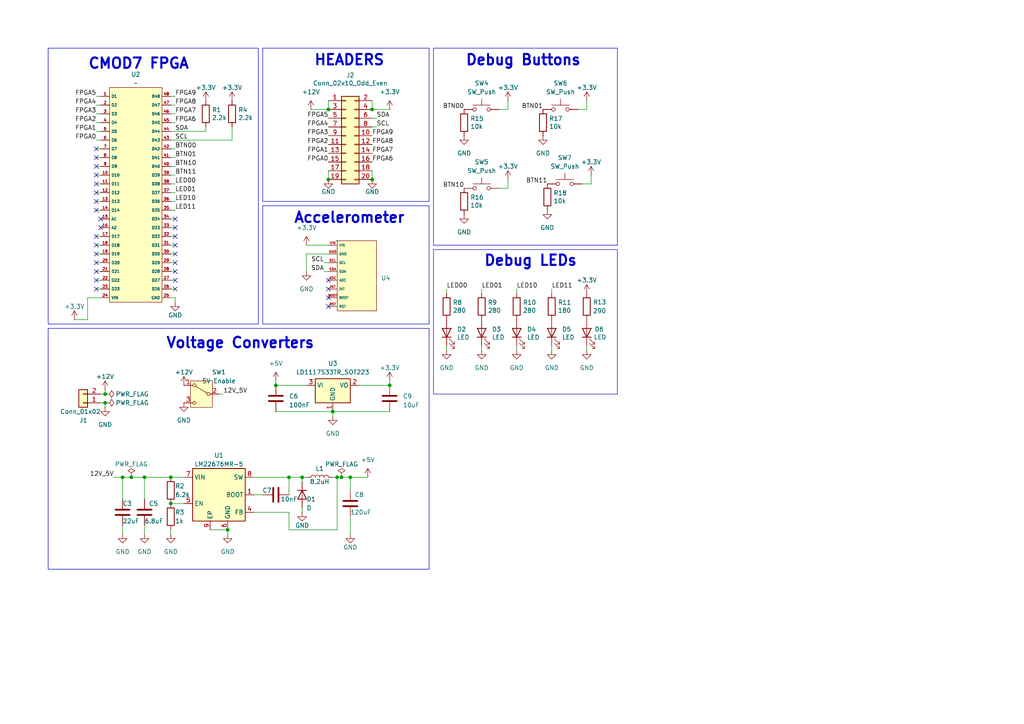
<source format=kicad_sch>
(kicad_sch (version 20231120) (generator "eeschema") (generator_version "8.0")
  (paper "A4")
  (lib_symbols
    (symbol "Adafruit_Files:BNO055"
      (property "Reference" "U" (at 0 2.54 0))
      (symbol "BNO055_0_1"
        (rectangle (start 0 0) (end 11.43 -20.32) (fill (type background)))
      )
      (symbol "BNO055_1_1"
        (pin bidirectional line (at -2.54 -11.43 0) (length 2.54) (name "ADC") (number "ADC"))
        (pin bidirectional line (at -2.54 -16.51 0) (length 2.54) (name "BOOT") (number "BOOT"))
        (pin bidirectional line (at -2.54 -3.81 0) (length 2.54) (name "GND") (number "GND"))
        (pin bidirectional line (at -2.54 -13.97 0) (length 2.54) (name "INT") (number "INT"))
        (pin bidirectional line (at -2.54 -19.05 0) (length 2.54) (name "RST") (number "RST"))
        (pin bidirectional line (at -2.54 -6.35 0) (length 2.54) (name "SCL") (number "SCL"))
        (pin bidirectional line (at -2.54 -8.89 0) (length 2.54) (name "SDA") (number "SDA"))
        (pin bidirectional line (at -2.54 -1.27 0) (length 2.54) (name "VIN") (number "VIN"))
      )
    )
    (symbol "CMOD_FPGA:CMOD_A7"
      (property "Reference" "U" (at 7.62 1.27 0))
      (symbol "CMOD_A7_0_1"
        (rectangle (start 0 0) (end 15.24 -62.23) (fill (type background)))
      )
      (symbol "CMOD_A7_1_1"
        (pin bidirectional line (at -2.54 -2.54 0) (length 2.54) (name "D1") (number "1"))
        (pin bidirectional line (at -2.54 -25.4 0) (length 2.54) (name "D10") (number "10"))
        (pin bidirectional line (at -2.54 -27.94 0) (length 2.54) (name "D11") (number "11"))
        (pin bidirectional line (at -2.54 -30.48 0) (length 2.54) (name "D12") (number "12"))
        (pin bidirectional line (at -2.54 -33.02 0) (length 2.54) (name "D13") (number "13"))
        (pin bidirectional line (at -2.54 -35.56 0) (length 2.54) (name "D14") (number "14"))
        (pin bidirectional line (at -2.54 -38.1 0) (length 2.54) (name "A1") (number "15"))
        (pin bidirectional line (at -2.54 -40.64 0) (length 2.54) (name "A2") (number "16"))
        (pin bidirectional line (at -2.54 -43.18 0) (length 2.54) (name "D17") (number "17"))
        (pin bidirectional line (at -2.54 -45.72 0) (length 2.54) (name "D18") (number "18"))
        (pin bidirectional line (at -2.54 -48.26 0) (length 2.54) (name "D19") (number "19"))
        (pin bidirectional line (at -2.54 -5.08 0) (length 2.54) (name "D2") (number "2"))
        (pin bidirectional line (at -2.54 -50.8 0) (length 2.54) (name "D20") (number "20"))
        (pin bidirectional line (at -2.54 -53.34 0) (length 2.54) (name "D21") (number "21"))
        (pin bidirectional line (at -2.54 -55.88 0) (length 2.54) (name "D22") (number "22"))
        (pin bidirectional line (at -2.54 -58.42 0) (length 2.54) (name "D23") (number "23"))
        (pin input line (at -2.54 -60.96 0) (length 2.54) (name "VIN") (number "24"))
        (pin input line (at 17.78 -60.96 180) (length 2.54) (name "GND") (number "25"))
        (pin bidirectional line (at 17.78 -58.42 180) (length 2.54) (name "D26") (number "26"))
        (pin bidirectional line (at 17.78 -55.88 180) (length 2.54) (name "D27") (number "27"))
        (pin bidirectional line (at 17.78 -53.34 180) (length 2.54) (name "D28") (number "28"))
        (pin bidirectional line (at 17.78 -50.8 180) (length 2.54) (name "D29") (number "29"))
        (pin bidirectional line (at -2.54 -7.62 0) (length 2.54) (name "D3") (number "3"))
        (pin bidirectional line (at 17.78 -48.26 180) (length 2.54) (name "D30") (number "30"))
        (pin bidirectional line (at 17.78 -45.72 180) (length 2.54) (name "D31") (number "31"))
        (pin bidirectional line (at 17.78 -43.18 180) (length 2.54) (name "D32") (number "32"))
        (pin bidirectional line (at 17.78 -40.64 180) (length 2.54) (name "D33") (number "33"))
        (pin bidirectional line (at 17.78 -38.1 180) (length 2.54) (name "D34") (number "34"))
        (pin bidirectional line (at 17.78 -35.56 180) (length 2.54) (name "D35") (number "35"))
        (pin bidirectional line (at 17.78 -33.02 180) (length 2.54) (name "D36") (number "36"))
        (pin bidirectional line (at 17.78 -30.48 180) (length 2.54) (name "D37") (number "37"))
        (pin bidirectional line (at 17.78 -27.94 180) (length 2.54) (name "D38") (number "38"))
        (pin bidirectional line (at 17.78 -25.4 180) (length 2.54) (name "D39") (number "39"))
        (pin bidirectional line (at -2.54 -10.16 0) (length 2.54) (name "D4") (number "4"))
        (pin bidirectional line (at 17.78 -22.86 180) (length 2.54) (name "D40") (number "40"))
        (pin bidirectional line (at 17.78 -20.32 180) (length 2.54) (name "D41") (number "41"))
        (pin bidirectional line (at 17.78 -17.78 180) (length 2.54) (name "D42") (number "42"))
        (pin bidirectional line (at 17.78 -15.24 180) (length 2.54) (name "D43") (number "43"))
        (pin bidirectional line (at 17.78 -12.7 180) (length 2.54) (name "D44") (number "44"))
        (pin bidirectional line (at 17.78 -10.16 180) (length 2.54) (name "D45") (number "45"))
        (pin bidirectional line (at 17.78 -7.62 180) (length 2.54) (name "D46") (number "46"))
        (pin bidirectional line (at 17.78 -5.08 180) (length 2.54) (name "D47") (number "47"))
        (pin bidirectional line (at 17.78 -2.54 180) (length 2.54) (name "D48") (number "48"))
        (pin bidirectional line (at -2.54 -12.7 0) (length 2.54) (name "D5") (number "5"))
        (pin bidirectional line (at -2.54 -15.24 0) (length 2.54) (name "D6") (number "6"))
        (pin bidirectional line (at -2.54 -17.78 0) (length 2.54) (name "D7") (number "7"))
        (pin bidirectional line (at -2.54 -20.32 0) (length 2.54) (name "D8") (number "8"))
        (pin bidirectional line (at -2.54 -22.86 0) (length 2.54) (name "D9") (number "9"))
      )
    )
    (symbol "Connector_Generic:Conn_01x02" (pin_names (offset 1.016) hide)
      (property "Reference" "J" (at 0 2.54 0))
      (property "Value" "Conn_01x02" (at 0 -5.08 0))
      (symbol "Conn_01x02_1_1"
        (rectangle (start -1.27 -2.413) (end 0 -2.667) (stroke (width 0.1524)))
        (rectangle (start -1.27 0.127) (end 0 -0.127) (stroke (width 0.1524)))
        (rectangle (start -1.27 1.27) (end 1.27 -3.81) (stroke (width 0.254)) (fill (type background)))
        (pin passive line (at -5.08 0 0) (length 3.81) (name "Pin_1") (number "1"))
        (pin passive line (at -5.08 -2.54 0) (length 3.81) (name "Pin_2") (number "2"))
      )
    )
    (symbol "Connector_Generic:Conn_02x10_Odd_Even" (pin_names (offset 1.016) hide)
      (property "Reference" "J" (at 1.27 12.7 0))
      (property "Value" "Conn_02x10_Odd_Even" (at 1.27 -15.24 0))
      (symbol "Conn_02x10_Odd_Even_1_1"
        (rectangle (start -1.27 -12.573) (end 0 -12.827) (stroke (width 0.1524)))
        (rectangle (start -1.27 -10.033) (end 0 -10.287) (stroke (width 0.1524)))
        (rectangle (start -1.27 -7.493) (end 0 -7.747) (stroke (width 0.1524)))
        (rectangle (start -1.27 -4.953) (end 0 -5.207) (stroke (width 0.1524)))
        (rectangle (start -1.27 -2.413) (end 0 -2.667) (stroke (width 0.1524)))
        (rectangle (start -1.27 0.127) (end 0 -0.127) (stroke (width 0.1524)))
        (rectangle (start -1.27 2.667) (end 0 2.413) (stroke (width 0.1524)))
        (rectangle (start -1.27 5.207) (end 0 4.953) (stroke (width 0.1524)))
        (rectangle (start -1.27 7.747) (end 0 7.493) (stroke (width 0.1524)))
        (rectangle (start -1.27 10.287) (end 0 10.033) (stroke (width 0.1524)))
        (rectangle (start -1.27 11.43) (end 3.81 -13.97) (stroke (width 0.254)) (fill (type background)))
        (rectangle (start 3.81 -12.573) (end 2.54 -12.827) (stroke (width 0.1524)))
        (rectangle (start 3.81 -10.033) (end 2.54 -10.287) (stroke (width 0.1524)))
        (rectangle (start 3.81 -7.493) (end 2.54 -7.747) (stroke (width 0.1524)))
        (rectangle (start 3.81 -4.953) (end 2.54 -5.207) (stroke (width 0.1524)))
        (rectangle (start 3.81 -2.413) (end 2.54 -2.667) (stroke (width 0.1524)))
        (rectangle (start 3.81 0.127) (end 2.54 -0.127) (stroke (width 0.1524)))
        (rectangle (start 3.81 2.667) (end 2.54 2.413) (stroke (width 0.1524)))
        (rectangle (start 3.81 5.207) (end 2.54 4.953) (stroke (width 0.1524)))
        (rectangle (start 3.81 7.747) (end 2.54 7.493) (stroke (width 0.1524)))
        (rectangle (start 3.81 10.287) (end 2.54 10.033) (stroke (width 0.1524)))
        (pin passive line (at -5.08 10.16 0) (length 3.81) (name "Pin_1") (number "1"))
        (pin passive line (at 7.62 0 180) (length 3.81) (name "Pin_10") (number "10"))
        (pin passive line (at -5.08 -2.54 0) (length 3.81) (name "Pin_11") (number "11"))
        (pin passive line (at 7.62 -2.54 180) (length 3.81) (name "Pin_12") (number "12"))
        (pin passive line (at -5.08 -5.08 0) (length 3.81) (name "Pin_13") (number "13"))
        (pin passive line (at 7.62 -5.08 180) (length 3.81) (name "Pin_14") (number "14"))
        (pin passive line (at -5.08 -7.62 0) (length 3.81) (name "Pin_15") (number "15"))
        (pin passive line (at 7.62 -7.62 180) (length 3.81) (name "Pin_16") (number "16"))
        (pin passive line (at -5.08 -10.16 0) (length 3.81) (name "Pin_17") (number "17"))
        (pin passive line (at 7.62 -10.16 180) (length 3.81) (name "Pin_18") (number "18"))
        (pin passive line (at -5.08 -12.7 0) (length 3.81) (name "Pin_19") (number "19"))
        (pin passive line (at 7.62 10.16 180) (length 3.81) (name "Pin_2") (number "2"))
        (pin passive line (at 7.62 -12.7 180) (length 3.81) (name "Pin_20") (number "20"))
        (pin passive line (at -5.08 7.62 0) (length 3.81) (name "Pin_3") (number "3"))
        (pin passive line (at 7.62 7.62 180) (length 3.81) (name "Pin_4") (number "4"))
        (pin passive line (at -5.08 5.08 0) (length 3.81) (name "Pin_5") (number "5"))
        (pin passive line (at 7.62 5.08 180) (length 3.81) (name "Pin_6") (number "6"))
        (pin passive line (at -5.08 2.54 0) (length 3.81) (name "Pin_7") (number "7"))
        (pin passive line (at 7.62 2.54 180) (length 3.81) (name "Pin_8") (number "8"))
        (pin passive line (at -5.08 0 0) (length 3.81) (name "Pin_9") (number "9"))
      )
    )
    (symbol "Device:C" (pin_numbers hide) (pin_names (offset 0.254))
      (property "Reference" "C" (at 0.635 2.54 0))
      (property "Value" "C" (at 0.635 -2.54 0))
      (symbol "C_0_1"
        (polyline (pts (xy -2.032 -0.762) (xy 2.032 -0.762)) (stroke (width 0.508)))
        (polyline (pts (xy -2.032 0.762) (xy 2.032 0.762)) (stroke (width 0.508)))
      )
      (symbol "C_1_1"
        (pin passive line (at 0 3.81 270) (length 2.794) (name "~") (number "1"))
        (pin passive line (at 0 -3.81 90) (length 2.794) (name "~") (number "2"))
      )
    )
    (symbol "Device:D" (pin_numbers hide) (pin_names (offset 1.016) hide)
      (property "Reference" "D" (at 0 2.54 0))
      (property "Value" "D" (at 0 -2.54 0))
      (symbol "D_0_1"
        (polyline (pts (xy -1.27 1.27) (xy -1.27 -1.27)) (stroke (width 0.254)))
        (polyline (pts (xy 1.27 0) (xy -1.27 0)))
        (polyline (pts (xy 1.27 1.27) (xy 1.27 -1.27) (xy -1.27 0) (xy 1.27 1.27)) (stroke (width 0.254)))
      )
      (symbol "D_1_1"
        (pin passive line (at -3.81 0 0) (length 2.54) (name "K") (number "1"))
        (pin passive line (at 3.81 0 180) (length 2.54) (name "A") (number "2"))
      )
    )
    (symbol "Device:L" (pin_numbers hide) (pin_names (offset 1.016) hide)
      (property "Reference" "L" (at -1.27 0 90))
      (property "Value" "L" (at 1.905 0 90))
      (symbol "L_0_1"
        (arc (start 0 -2.54) (mid 0.6323 -1.905) (end 0 -1.27))
        (arc (start 0 -1.27) (mid 0.6323 -0.635) (end 0 0))
        (arc (start 0 0) (mid 0.6323 0.635) (end 0 1.27))
        (arc (start 0 1.27) (mid 0.6323 1.905) (end 0 2.54))
      )
      (symbol "L_1_1"
        (pin passive line (at 0 3.81 270) (length 1.27) (name "1") (number "1"))
        (pin passive line (at 0 -3.81 90) (length 1.27) (name "2") (number "2"))
      )
    )
    (symbol "Device:LED" (pin_numbers hide) (pin_names (offset 1.016) hide)
      (property "Reference" "D" (at 0 2.54 0))
      (property "Value" "LED" (at 0 -2.54 0))
      (symbol "LED_0_1"
        (polyline (pts (xy -1.27 -1.27) (xy -1.27 1.27)) (stroke (width 0.254)))
        (polyline (pts (xy -1.27 0) (xy 1.27 0)))
        (polyline (pts (xy 1.27 -1.27) (xy 1.27 1.27) (xy -1.27 0) (xy 1.27 -1.27)) (stroke (width 0.254)))
        (polyline (pts (xy -3.048 -0.762) (xy -4.572 -2.286) (xy -3.81 -2.286) (xy -4.572 -2.286) (xy -4.572 -1.524)))
        (polyline (pts (xy -1.778 -0.762) (xy -3.302 -2.286) (xy -2.54 -2.286) (xy -3.302 -2.286) (xy -3.302 -1.524)))
      )
      (symbol "LED_1_1"
        (pin passive line (at -3.81 0 0) (length 2.54) (name "K") (number "1"))
        (pin passive line (at 3.81 0 180) (length 2.54) (name "A") (number "2"))
      )
    )
    (symbol "Device:R" (pin_numbers hide) (pin_names (offset 0))
      (property "Reference" "R" (at 2.032 0 90))
      (property "Value" "R" (at 0 0 90))
      (symbol "R_0_1"
        (rectangle (start -1.016 -2.54) (end 1.016 2.54) (stroke (width 0.254)))
      )
      (symbol "R_1_1"
        (pin passive line (at 0 3.81 270) (length 1.27) (name "~") (number "1"))
        (pin passive line (at 0 -3.81 90) (length 1.27) (name "~") (number "2"))
      )
    )
    (symbol "Regulator_Linear:LD1117S33TR_SOT223"
      (property "Reference" "U" (at -3.81 3.175 0))
      (property "Value" "LD1117S33TR_SOT223" (at 0 3.175 0))
      (symbol "LD1117S33TR_SOT223_0_1"
        (rectangle (start -5.08 -5.08) (end 5.08 1.905) (stroke (width 0.254)) (fill (type background)))
      )
      (symbol "LD1117S33TR_SOT223_1_1"
        (pin power_in line (at 0 -7.62 90) (length 2.54) (name "GND") (number "1"))
        (pin power_out line (at 7.62 0 180) (length 2.54) (name "VO") (number "2"))
        (pin power_in line (at -7.62 0 0) (length 2.54) (name "VI") (number "3"))
      )
    )
    (symbol "Regulator_Switching:LM22676MR-5"
      (property "Reference" "U" (at -6.35 8.89 0))
      (property "Value" "LM22676MR-5" (at 5.08 8.89 0))
      (symbol "LM22676MR-5_0_1"
        (rectangle (start -7.62 7.62) (end 7.62 -7.62) (stroke (width 0.254)) (fill (type background)))
      )
      (symbol "LM22676MR-5_1_1"
        (pin input line (at 10.16 0 180) (length 2.54) (name "BOOT") (number "1"))
        (pin no_connect line (at -7.62 2.54 0) (length 2.54) hide (name "NC") (number "2"))
        (pin no_connect line (at -7.62 0 0) (length 2.54) hide (name "NC") (number "3"))
        (pin input line (at 10.16 -5.08 180) (length 2.54) (name "FB") (number "4"))
        (pin input line (at -10.16 -2.54 0) (length 2.54) (name "EN") (number "5"))
        (pin power_in line (at 2.54 -10.16 90) (length 2.54) (name "GND") (number "6"))
        (pin power_in line (at -10.16 5.08 0) (length 2.54) (name "VIN") (number "7"))
        (pin power_out line (at 10.16 5.08 180) (length 2.54) (name "SW") (number "8"))
        (pin power_in line (at -2.54 -10.16 90) (length 2.54) (name "EP") (number "9"))
      )
    )
    (symbol "Switch:SW_Push" (pin_numbers hide) (pin_names (offset 1.016) hide)
      (property "Reference" "SW" (at 1.27 2.54 0))
      (property "Value" "SW_Push" (at 0 -1.524 0))
      (symbol "SW_Push_0_1"
        (circle (center -2.032 0) (radius 0.508))
        (polyline (pts (xy 0 1.27) (xy 0 3.048)))
        (polyline (pts (xy 2.54 1.27) (xy -2.54 1.27)))
        (circle (center 2.032 0) (radius 0.508))
        (pin passive line (at -5.08 0 0) (length 2.54) (name "1") (number "1"))
        (pin passive line (at 5.08 0 180) (length 2.54) (name "2") (number "2"))
      )
    )
    (symbol "Switch:SW_SPDT" (pin_names (offset 0) hide)
      (property "Reference" "SW" (at 0 5.08 0))
      (property "Value" "SW_SPDT" (at 0 -5.08 0))
      (symbol "SW_SPDT_0_1"
        (circle (center -2.032 0) (radius 0.4572))
        (polyline (pts (xy -1.651 0.254) (xy 1.651 2.286)))
        (circle (center 2.032 -2.54) (radius 0.4572))
        (circle (center 2.032 2.54) (radius 0.4572))
      )
      (symbol "SW_SPDT_1_1"
        (rectangle (start -3.175 3.81) (end 3.175 -3.81) (fill (type background)))
        (pin passive line (at 5.08 2.54 180) (length 2.54) (name "A") (number "1"))
        (pin passive line (at -5.08 0 0) (length 2.54) (name "B") (number "2"))
        (pin passive line (at 5.08 -2.54 180) (length 2.54) (name "C") (number "3"))
      )
    )
    (symbol "power:+12V" (power) (pin_numbers hide) (pin_names (offset 0) hide)
      (property "Value" "+12V" (at 0 3.556 0))
      (symbol "+12V_0_1"
        (polyline (pts (xy -0.762 1.27) (xy 0 2.54)))
        (polyline (pts (xy 0 0) (xy 0 2.54)))
        (polyline (pts (xy 0 2.54) (xy 0.762 1.27)))
      )
      (symbol "+12V_1_1"
        (pin power_in line (at 0 0 90) (length 0) (name "~") (number "1"))
      )
    )
    (symbol "power:+3.3V" (power) (pin_numbers hide) (pin_names (offset 0) hide)
      (property "Value" "+3.3V" (at 0 3.556 0))
      (symbol "+3.3V_0_1"
        (polyline (pts (xy -0.762 1.27) (xy 0 2.54)))
        (polyline (pts (xy 0 0) (xy 0 2.54)))
        (polyline (pts (xy 0 2.54) (xy 0.762 1.27)))
      )
      (symbol "+3.3V_1_1"
        (pin power_in line (at 0 0 90) (length 0) (name "~") (number "1"))
      )
    )
    (symbol "power:+5V" (power) (pin_numbers hide) (pin_names (offset 0) hide)
      (property "Value" "+5V" (at 0 3.556 0))
      (symbol "+5V_0_1"
        (polyline (pts (xy -0.762 1.27) (xy 0 2.54)))
        (polyline (pts (xy 0 0) (xy 0 2.54)))
        (polyline (pts (xy 0 2.54) (xy 0.762 1.27)))
      )
      (symbol "+5V_1_1"
        (pin power_in line (at 0 0 90) (length 0) (name "~") (number "1"))
      )
    )
    (symbol "power:GND" (power) (pin_numbers hide) (pin_names (offset 0) hide)
      (property "Value" "GND" (at 0 -3.81 0))
      (symbol "GND_0_1"
        (polyline (pts (xy 0 0) (xy 0 -1.27) (xy 1.27 -1.27) (xy 0 -2.54) (xy -1.27 -1.27) (xy 0 -1.27)))
      )
      (symbol "GND_1_1"
        (pin power_in line (at 0 0 270) (length 0) (name "~") (number "1"))
      )
    )
    (symbol "power:PWR_FLAG" (power) (pin_numbers hide) (pin_names (offset 0) hide)
      (property "Value" "PWR_FLAG" (at 0 3.81 0))
      (symbol "PWR_FLAG_0_0"
        (pin power_out line (at 0 0 90) (length 0) (name "~") (number "1"))
      )
      (symbol "PWR_FLAG_0_1"
        (polyline (pts (xy 0 0) (xy 0 1.27) (xy -1.016 1.905) (xy 0 2.54) (xy 1.016 1.905) (xy 0 1.27)))
      )
    )
  )
  (junction (at 95.25 52.07))
  (junction (at 87.63 138.43))
  (junction (at 41.91 138.43))
  (junction (at 113.03 111.76))
  (junction (at 95.25 31.75))
  (junction (at 66.04 153.67))
  (junction (at 30.48 114.3))
  (junction (at 38.1 138.43))
  (junction (at 99.06 138.43))
  (junction (at 107.95 31.75))
  (junction (at 107.95 52.07))
  (junction (at 101.6 138.43))
  (junction (at 80.01 111.76))
  (junction (at 49.53 146.05))
  (junction (at 97.79 138.43))
  (junction (at 96.52 119.38))
  (junction (at 30.48 116.84))
  (junction (at 35.56 138.43))
  (junction (at 49.53 138.43))
  (junction (at 83.82 138.43))
  (no_connect (at 50.8 68.58))
  (no_connect (at 29.21 66.04))
  (no_connect (at 95.25 86.36))
  (no_connect (at 50.8 71.12))
  (no_connect (at 27.94 58.42))
  (no_connect (at 50.8 81.28))
  (no_connect (at 27.94 53.34))
  (no_connect (at 95.25 81.28))
  (no_connect (at 95.25 83.82))
  (no_connect (at 50.8 76.2))
  (no_connect (at 50.8 66.04))
  (no_connect (at 27.94 45.72))
  (no_connect (at 27.94 73.66))
  (no_connect (at 27.94 43.18))
  (no_connect (at 27.94 60.96))
  (no_connect (at 29.21 63.5))
  (no_connect (at 27.94 81.28))
  (no_connect (at 50.8 83.82))
  (no_connect (at 27.94 55.88))
  (no_connect (at 27.94 48.26))
  (no_connect (at 27.94 68.58))
  (no_connect (at 50.8 73.66))
  (no_connect (at 27.94 78.74))
  (no_connect (at 27.94 71.12))
  (no_connect (at 95.25 88.9))
  (no_connect (at 27.94 83.82))
  (no_connect (at 50.8 78.74))
  (no_connect (at 50.8 63.5))
  (no_connect (at 27.94 50.8))
  (no_connect (at 27.94 76.2))
  (wire (pts (xy 49.53 138.43) (xy 53.34 138.43)))
  (wire (pts (xy 30.48 114.3) (xy 30.48 113.03)))
  (wire (pts (xy 49.53 27.94) (xy 50.8 27.94)))
  (wire (pts (xy 50.8 53.34) (xy 49.53 53.34)))
  (wire (pts (xy 96.52 138.43) (xy 97.79 138.43)))
  (wire (pts (xy 50.8 73.66) (xy 49.53 73.66)))
  (wire (pts (xy 129.54 100.33) (xy 129.54 101.6)))
  (wire (pts (xy 107.95 29.21) (xy 107.95 31.75)))
  (wire (pts (xy 101.6 138.43) (xy 101.6 142.24)))
  (wire (pts (xy 170.18 100.33) (xy 170.18 101.6)))
  (wire (pts (xy 109.22 36.83) (xy 107.95 36.83)))
  (wire (pts (xy 101.6 138.43) (xy 106.68 138.43)))
  (wire (pts (xy 27.94 38.1) (xy 29.21 38.1)))
  (wire (pts (xy 171.45 53.34) (xy 171.45 50.8)))
  (wire (pts (xy 95.25 49.53) (xy 95.25 52.07)))
  (wire (pts (xy 50.8 86.36) (xy 50.8 87.63)))
  (wire (pts (xy 27.94 30.48) (xy 29.21 30.48)))
  (wire (pts (xy 27.94 50.8) (xy 29.21 50.8)))
  (wire (pts (xy 129.54 85.09) (xy 129.54 83.82)))
  (wire (pts (xy 83.82 153.67) (xy 97.79 153.67)))
  (wire (pts (xy 50.8 81.28) (xy 49.53 81.28)))
  (wire (pts (xy 50.8 78.74) (xy 49.53 78.74)))
  (wire (pts (xy 80.01 111.76) (xy 88.9 111.76)))
  (wire (pts (xy 107.95 49.53) (xy 107.95 52.07)))
  (wire (pts (xy 59.69 38.1) (xy 59.69 36.83)))
  (wire (pts (xy 27.94 45.72) (xy 29.21 45.72)))
  (wire (pts (xy 87.63 139.7) (xy 87.63 138.43)))
  (wire (pts (xy 73.66 148.59) (xy 83.82 148.59)))
  (wire (pts (xy 50.8 50.8) (xy 49.53 50.8)))
  (wire (pts (xy 27.94 60.96) (xy 29.21 60.96)))
  (wire (pts (xy 67.31 40.64) (xy 67.31 36.83)))
  (wire (pts (xy 109.22 34.29) (xy 107.95 34.29)))
  (wire (pts (xy 149.86 85.09) (xy 149.86 83.82)))
  (wire (pts (xy 93.98 78.74) (xy 95.25 78.74)))
  (wire (pts (xy 168.91 53.34) (xy 171.45 53.34)))
  (wire (pts (xy 27.94 81.28) (xy 29.21 81.28)))
  (wire (pts (xy 149.86 100.33) (xy 149.86 101.6)))
  (wire (pts (xy 27.94 27.94) (xy 29.21 27.94)))
  (wire (pts (xy 29.21 114.3) (xy 30.48 114.3)))
  (wire (pts (xy 27.94 78.74) (xy 29.21 78.74)))
  (wire (pts (xy 66.04 154.94) (xy 66.04 153.67)))
  (wire (pts (xy 27.94 76.2) (xy 29.21 76.2)))
  (wire (pts (xy 50.8 60.96) (xy 49.53 60.96)))
  (wire (pts (xy 80.01 119.38) (xy 96.52 119.38)))
  (wire (pts (xy 80.01 110.49) (xy 80.01 111.76)))
  (wire (pts (xy 27.94 83.82) (xy 29.21 83.82)))
  (wire (pts (xy 170.18 31.75) (xy 170.18 29.21)))
  (wire (pts (xy 29.21 116.84) (xy 30.48 116.84)))
  (wire (pts (xy 83.82 138.43) (xy 73.66 138.43)))
  (wire (pts (xy 97.79 138.43) (xy 99.06 138.43)))
  (wire (pts (xy 35.56 152.4) (xy 35.56 154.94)))
  (wire (pts (xy 107.95 31.75) (xy 113.03 31.75)))
  (wire (pts (xy 50.8 76.2) (xy 49.53 76.2)))
  (wire (pts (xy 144.78 31.75) (xy 147.32 31.75)))
  (wire (pts (xy 35.56 138.43) (xy 35.56 144.78)))
  (wire (pts (xy 101.6 154.94) (xy 101.6 149.86)))
  (wire (pts (xy 95.25 29.21) (xy 95.25 31.75)))
  (wire (pts (xy 93.98 76.2) (xy 95.25 76.2)))
  (wire (pts (xy 50.8 71.12) (xy 49.53 71.12)))
  (wire (pts (xy 41.91 138.43) (xy 41.91 144.78)))
  (wire (pts (xy 167.64 31.75) (xy 170.18 31.75)))
  (wire (pts (xy 49.53 154.94) (xy 49.53 153.67)))
  (wire (pts (xy 50.8 35.56) (xy 49.53 35.56)))
  (wire (pts (xy 88.9 73.66) (xy 88.9 78.74)))
  (wire (pts (xy 38.1 138.43) (xy 35.56 138.43)))
  (wire (pts (xy 27.94 53.34) (xy 29.21 53.34)))
  (wire (pts (xy 41.91 152.4) (xy 41.91 154.94)))
  (wire (pts (xy 95.25 71.12) (xy 88.9 71.12)))
  (wire (pts (xy 27.94 43.18) (xy 29.21 43.18)))
  (wire (pts (xy 27.94 73.66) (xy 29.21 73.66)))
  (wire (pts (xy 160.02 100.33) (xy 160.02 101.6)))
  (wire (pts (xy 87.63 148.59) (xy 87.63 147.32)))
  (wire (pts (xy 139.7 100.33) (xy 139.7 101.6)))
  (wire (pts (xy 49.53 86.36) (xy 50.8 86.36)))
  (wire (pts (xy 95.25 73.66) (xy 88.9 73.66)))
  (wire (pts (xy 50.8 83.82) (xy 49.53 83.82)))
  (wire (pts (xy 83.82 138.43) (xy 83.82 143.51)))
  (wire (pts (xy 160.02 85.09) (xy 160.02 83.82)))
  (wire (pts (xy 25.4 92.71) (xy 21.59 92.71)))
  (wire (pts (xy 25.4 92.71) (xy 25.4 86.36)))
  (wire (pts (xy 96.52 119.38) (xy 113.03 119.38)))
  (wire (pts (xy 104.14 111.76) (xy 113.03 111.76)))
  (wire (pts (xy 30.48 116.84) (xy 30.48 118.11)))
  (wire (pts (xy 41.91 138.43) (xy 49.53 138.43)))
  (wire (pts (xy 49.53 40.64) (xy 67.31 40.64)))
  (wire (pts (xy 73.66 143.51) (xy 76.2 143.51)))
  (wire (pts (xy 83.82 153.67) (xy 83.82 148.59)))
  (wire (pts (xy 97.79 138.43) (xy 97.79 153.67)))
  (wire (pts (xy 49.53 33.02) (xy 50.8 33.02)))
  (wire (pts (xy 144.78 54.61) (xy 147.32 54.61)))
  (wire (pts (xy 27.94 33.02) (xy 29.21 33.02)))
  (wire (pts (xy 49.53 45.72) (xy 50.8 45.72)))
  (wire (pts (xy 49.53 48.26) (xy 50.8 48.26)))
  (wire (pts (xy 35.56 138.43) (xy 33.02 138.43)))
  (wire (pts (xy 60.96 153.67) (xy 66.04 153.67)))
  (wire (pts (xy 96.52 119.38) (xy 96.52 120.65)))
  (wire (pts (xy 113.03 110.49) (xy 113.03 111.76)))
  (wire (pts (xy 50.8 63.5) (xy 49.53 63.5)))
  (wire (pts (xy 25.4 86.36) (xy 29.21 86.36)))
  (wire (pts (xy 27.94 40.64) (xy 29.21 40.64)))
  (wire (pts (xy 41.91 138.43) (xy 38.1 138.43)))
  (wire (pts (xy 50.8 68.58) (xy 49.53 68.58)))
  (wire (pts (xy 50.8 66.04) (xy 49.53 66.04)))
  (wire (pts (xy 27.94 48.26) (xy 29.21 48.26)))
  (wire (pts (xy 50.8 55.88) (xy 49.53 55.88)))
  (wire (pts (xy 147.32 31.75) (xy 147.32 29.21)))
  (wire (pts (xy 147.32 54.61) (xy 147.32 52.07)))
  (wire (pts (xy 27.94 68.58) (xy 29.21 68.58)))
  (wire (pts (xy 27.94 55.88) (xy 29.21 55.88)))
  (wire (pts (xy 27.94 35.56) (xy 29.21 35.56)))
  (wire (pts (xy 49.53 43.18) (xy 50.8 43.18)))
  (wire (pts (xy 27.94 71.12) (xy 29.21 71.12)))
  (wire (pts (xy 83.82 138.43) (xy 87.63 138.43)))
  (wire (pts (xy 87.63 138.43) (xy 88.9 138.43)))
  (wire (pts (xy 64.77 114.3) (xy 63.5 114.3)))
  (wire (pts (xy 49.53 146.05) (xy 53.34 146.05)))
  (wire (pts (xy 49.53 38.1) (xy 59.69 38.1)))
  (wire (pts (xy 139.7 85.09) (xy 139.7 83.82)))
  (wire (pts (xy 49.53 30.48) (xy 50.8 30.48)))
  (wire (pts (xy 99.06 138.43) (xy 101.6 138.43)))
  (wire (pts (xy 50.8 58.42) (xy 49.53 58.42)))
  (wire (pts (xy 27.94 58.42) (xy 29.21 58.42)))
  (wire (pts (xy 90.17 31.75) (xy 95.25 31.75)))
  (rectangle (start 76.2 13.97) (end 124.46 58.42))
  (rectangle (start 125.73 72.39) (end 179.07 114.3))
  (rectangle (start 13.97 13.97) (end 74.93 93.98))
  (rectangle (start 13.97 95.25) (end 124.46 165.1))
  (rectangle (start 125.73 13.97) (end 179.07 71.12))
  (rectangle (start 76.2 59.69) (end 124.46 93.98))
  (text "Accelerometer\n" (at 85.09 65.024 0) (effects (font (size 3 3) (thickness 0.6) (bold yes)) (justify left bottom)))
  (text "CMOD7 FPGA" (at 25.4 20.32 0) (effects (font (size 3 3) (thickness 0.6) (bold yes)) (justify left bottom)))
  (text "Voltage Converters" (at 48.006 101.346 0) (effects (font (size 3 3) (thickness 0.6) (bold yes)) (justify left bottom)))
  (text "Debug Buttons" (at 134.874 19.304 0) (effects (font (size 3 3) (thickness 0.6) (bold yes)) (justify left bottom)))
  (text "HEADERS\n" (at 90.932 19.304 0) (effects (font (size 3 3) (thickness 0.6) (bold yes)) (justify left bottom)))
  (text "Debug LEDs" (at 140.208 77.47 0) (effects (font (size 3 3) (thickness 0.6) (bold yes)) (justify left bottom)))
  (label "FPGA1" (at 27.94 38.1 180))
  (label "SDA" (at 50.8 38.1 0))
  (label "SCL" (at 50.8 40.64 0))
  (label "FPGA3" (at 27.94 33.02 180))
  (label "BTN00" (at 134.62 31.75 180))
  (label "BTN01" (at 157.48 31.75 180))
  (label "FPGA4" (at 27.94 30.48 180))
  (label "FPGA2" (at 95.25 41.91 180))
  (label "LED00" (at 50.8 53.34 0))
  (label "FPGA8" (at 50.8 30.48 0))
  (label "LED10" (at 50.8 58.42 0))
  (label "FPGA8" (at 107.95 41.91 0))
  (label "FPGA0" (at 27.94 40.64 180))
  (label "SCL" (at 93.98 76.2 180))
  (label "FPGA6" (at 50.8 35.56 0))
  (label "LED11" (at 160.02 83.82 0))
  (label "LED01" (at 139.7 83.82 0))
  (label "SCL" (at 109.22 36.83 0))
  (label "BTN10" (at 50.8 48.26 0))
  (label "12V_5V" (at 33.02 138.43 180))
  (label "FPGA7" (at 50.8 33.02 0))
  (label "BTN00" (at 50.8 43.18 0))
  (label "12V_5V" (at 64.77 114.3 0))
  (label "LED01" (at 50.8 55.88 0))
  (label "BTN10" (at 134.62 54.61 180))
  (label "SDA" (at 93.98 78.74 180))
  (label "FPGA1" (at 95.25 44.45 180))
  (label "FPGA7" (at 107.95 44.45 0))
  (label "LED00" (at 129.54 83.82 0))
  (label "FPGA4" (at 95.25 36.83 180))
  (label "FPGA9" (at 50.8 27.94 0))
  (label "FPGA5" (at 95.25 34.29 180))
  (label "FPGA0" (at 95.25 46.99 180))
  (label "FPGA3" (at 95.25 39.37 180))
  (label "BTN11" (at 158.75 53.34 180))
  (label "LED10" (at 149.86 83.82 0))
  (label "FPGA9" (at 107.95 39.37 0))
  (label "FPGA6" (at 107.95 46.99 0))
  (label "FPGA5" (at 27.94 27.94 180))
  (label "LED11" (at 50.8 60.96 0))
  (label "BTN01" (at 50.8 45.72 0))
  (label "FPGA2" (at 27.94 35.56 180))
  (label "SDA" (at 109.22 34.29 0))
  (label "BTN11" (at 50.8 50.8 0))
  (symbol (lib_id "power:GND") (at 66.04 154.94 0) (mirror y) (unit 1)
    (property "Reference" "#PWR08" (effects (hide yes)))
    (property "Value" "GND" (at 66.04 160.02 0))
    (property "Description" "Power symbol creates a global label with name \"GND\" , ground" (effects (hide yes)))
  )
  (symbol (lib_id "power:+3.3V") (at 170.18 29.21 0) (unit 1)
    (property "Reference" "#PWR043" (effects (hide yes)))
    (property "Value" "+3.3V" (at 170.18 25.4 0))
    (property "Description" "Power symbol creates a global label with name \"+3.3V\"" (effects (hide yes)))
  )
  (symbol (lib_id "Switch:SW_SPDT") (at 58.42 114.3 0) (mirror y) (unit 1)
    (property "Reference" "SW1" (at 63.5 107.95 0))
    (property "Value" "5V Enable" (at 63.5 110.49 0))
    (property "Footprint" "Button_Switch_THT:SW_Slide-03_Wuerth-WS-SLTV_10x2.5x6.4_P2.54mm" (effects (hide yes)))
    (property "Description" "Switch, single pole double throw" (effects (hide yes)))
  )
  (symbol (lib_id "Device:L") (at 92.71 138.43 90) (unit 1)
    (property "Reference" "L1" (at 92.71 135.89 90))
    (property "Value" "8.2uH" (at 92.71 139.7 90))
    (property "Footprint" "Inductor_SMD:L_7.3x7.3_H3.5" (effects (hide yes)))
    (property "Description" "Inductor" (effects (hide yes)))
  )
  (symbol (lib_id "power:+3.3V") (at 113.03 31.75 0) (unit 1)
    (property "Reference" "#PWR026" (effects (hide yes)))
    (property "Value" "+3.3V" (at 113.03 26.67 0))
    (property "Description" "Power symbol creates a global label with name \"+3.3V\"" (effects (hide yes)))
  )
  (symbol (lib_id "Device:C") (at 113.03 115.57 0) (unit 1)
    (property "Reference" "C9" (at 116.84 114.935 0) (effects (justify left)))
    (property "Value" "10uF" (at 116.84 117.475 0) (effects (justify left)))
    (property "Footprint" "Capacitor_SMD:C_0805_2012Metric" (effects (hide yes)))
    (property "Description" "Unpolarized capacitor" (effects (hide yes)))
  )
  (symbol (lib_id "power:GND") (at 107.95 52.07 0) (unit 1)
    (property "Reference" "#PWR023" (effects (hide yes)))
    (property "Value" "GND" (at 107.95 55.626 0))
    (property "Description" "Power symbol creates a global label with name \"GND\" , ground" (effects (hide yes)))
  )
  (symbol (lib_id "Device:R") (at 49.53 142.24 0) (unit 1)
    (property "Reference" "R2" (at 50.8 140.97 0) (effects (justify left)))
    (property "Value" "6.2k" (at 50.8 143.51 0) (effects (justify left)))
    (property "Footprint" "Resistor_SMD:R_0805_2012Metric" (effects (hide yes)))
    (property "Description" "Resistor" (effects (hide yes)))
  )
  (symbol (lib_id "power:PWR_FLAG") (at 99.06 138.43 0) (unit 1)
    (property "Reference" "#FLG04" (effects (hide yes)))
    (property "Value" "PWR_FLAG" (at 99.06 134.62 0))
    (property "Description" "Special symbol for telling ERC where power comes from" (effects (hide yes)))
  )
  (symbol (lib_id "Device:R") (at 157.48 35.56 0) (unit 1)
    (property "Reference" "R17" (at 159.258 34.3916 0) (effects (justify left)))
    (property "Value" "10k" (at 159.258 36.703 0) (effects (justify left)))
    (property "Footprint" "Resistor_SMD:R_0603_1608Metric_Pad0.98x0.95mm_HandSolder" (effects (hide yes)))
    (property "Description" "Resistor" (effects (hide yes)))
  )
  (symbol (lib_id "Device:D") (at 87.63 143.51 270) (unit 1)
    (property "Reference" "D1" (at 88.9 144.78 90) (effects (justify left)))
    (property "Value" "D" (at 88.9 147.32 90) (effects (justify left)))
    (property "Footprint" "Diode_SMD:D_SMA_Handsoldering" (effects (hide yes)))
    (property "Description" "Diode" (effects (hide yes)))
    (property "Sim.Device" "D" (effects (hide yes)))
    (property "Sim.Pins" "1=K 2=A" (effects (hide yes)))
  )
  (symbol (lib_id "power:GND") (at 53.34 116.84 0) (mirror y) (unit 1)
    (property "Reference" "#PWR07" (effects (hide yes)))
    (property "Value" "GND" (at 53.34 121.92 0))
    (property "Description" "Power symbol creates a global label with name \"GND\" , ground" (effects (hide yes)))
  )
  (symbol (lib_id "Device:R") (at 49.53 149.86 0) (unit 1)
    (property "Reference" "R3" (at 50.8 148.59 0) (effects (justify left)))
    (property "Value" "1k" (at 50.8 151.13 0) (effects (justify left)))
    (property "Footprint" "Resistor_SMD:R_0805_2012Metric" (effects (hide yes)))
    (property "Description" "Resistor" (effects (hide yes)))
  )
  (symbol (lib_id "power:+3.3V") (at 59.69 29.21 0) (unit 1)
    (property "Reference" "#PWR019" (effects (hide yes)))
    (property "Value" "+3.3V" (at 59.69 25.4 0))
    (property "Description" "Power symbol creates a global label with name \"+3.3V\"" (effects (hide yes)))
  )
  (symbol (lib_id "Device:R") (at 134.62 35.56 0) (unit 1)
    (property "Reference" "R15" (at 136.398 34.3916 0) (effects (justify left)))
    (property "Value" "10k" (at 136.398 36.703 0) (effects (justify left)))
    (property "Footprint" "Resistor_SMD:R_0603_1608Metric_Pad0.98x0.95mm_HandSolder" (effects (hide yes)))
    (property "Description" "Resistor" (effects (hide yes)))
  )
  (symbol (lib_id "Device:R") (at 158.75 57.15 0) (unit 1)
    (property "Reference" "R18" (at 160.528 55.9816 0) (effects (justify left)))
    (property "Value" "10k" (at 160.528 58.293 0) (effects (justify left)))
    (property "Footprint" "Resistor_SMD:R_0603_1608Metric_Pad0.98x0.95mm_HandSolder" (effects (hide yes)))
    (property "Description" "Resistor" (effects (hide yes)))
  )
  (symbol (lib_id "power:GND") (at 157.48 39.37 0) (unit 1)
    (property "Reference" "#PWR041" (effects (hide yes)))
    (property "Value" "GND" (at 157.48 44.45 0))
    (property "Description" "Power symbol creates a global label with name \"GND\" , ground" (effects (hide yes)))
  )
  (symbol (lib_id "power:GND") (at 96.52 120.65 0) (unit 1)
    (property "Reference" "#PWR013" (effects (hide yes)))
    (property "Value" "GND" (at 96.52 125.73 0))
    (property "Description" "Power symbol creates a global label with name \"GND\" , ground" (effects (hide yes)))
  )
  (symbol (lib_id "power:+3.3V") (at 147.32 29.21 0) (unit 1)
    (property "Reference" "#PWR039" (effects (hide yes)))
    (property "Value" "+3.3V" (at 147.32 25.4 0))
    (property "Description" "Power symbol creates a global label with name \"+3.3V\"" (effects (hide yes)))
  )
  (symbol (lib_id "Device:LED") (at 139.7 96.52 90) (unit 1)
    (property "Reference" "D3" (at 142.6718 95.5294 90) (effects (justify right)))
    (property "Value" "LED" (at 142.6718 97.8408 90) (effects (justify right)))
    (property "Footprint" "LED_SMD:LED_0805_2012Metric_Pad1.15x1.40mm_HandSolder" (effects (hide yes)))
    (property "Description" "Light emitting diode" (effects (hide yes)))
  )
  (symbol (lib_id "power:GND") (at 170.18 101.6 0) (unit 1)
    (property "Reference" "#PWR035" (effects (hide yes)))
    (property "Value" "GND" (at 170.18 106.68 0))
    (property "Description" "Power symbol creates a global label with name \"GND\" , ground" (effects (hide yes)))
  )
  (symbol (lib_id "power:+3.3V") (at 171.45 50.8 0) (unit 1)
    (property "Reference" "#PWR044" (effects (hide yes)))
    (property "Value" "+3.3V" (at 171.45 46.99 0))
    (property "Description" "Power symbol creates a global label with name \"+3.3V\"" (effects (hide yes)))
  )
  (symbol (lib_id "power:+3.3V") (at 21.59 92.71 0) (unit 1)
    (property "Reference" "#PWR09" (effects (hide yes)))
    (property "Value" "+3.3V" (at 21.59 88.9 0))
    (property "Description" "Power symbol creates a global label with name \"+3.3V\"" (effects (hide yes)))
  )
  (symbol (lib_id "power:+5V") (at 106.68 138.43 0) (unit 1)
    (property "Reference" "#PWR015" (effects (hide yes)))
    (property "Value" "+5V" (at 106.68 133.35 0))
    (property "Description" "Power symbol creates a global label with name \"+5V\"" (effects (hide yes)))
  )
  (symbol (lib_id "Switch:SW_Push") (at 139.7 31.75 0) (unit 1)
    (property "Reference" "SW4" (at 139.7 24.13 0))
    (property "Value" "SW_Push" (at 139.7 26.67 0))
    (property "Footprint" "Button_Switch_SMD:SW_SPST_B3U-1000P" (effects (hide yes)))
    (property "Description" "Push button switch, generic, two pins" (effects (hide yes)))
  )
  (symbol (lib_id "Device:R") (at 129.54 88.9 0) (unit 1)
    (property "Reference" "R8" (at 131.318 87.7316 0) (effects (justify left)))
    (property "Value" "280" (at 131.318 90.043 0) (effects (justify left)))
    (property "Footprint" "Resistor_SMD:R_0603_1608Metric_Pad0.98x0.95mm_HandSolder" (effects (hide yes)))
    (property "Description" "Resistor" (effects (hide yes)))
  )
  (symbol (lib_id "power:+3.3V") (at 147.32 52.07 0) (unit 1)
    (property "Reference" "#PWR040" (effects (hide yes)))
    (property "Value" "+3.3V" (at 147.32 48.26 0))
    (property "Description" "Power symbol creates a global label with name \"+3.3V\"" (effects (hide yes)))
  )
  (symbol (lib_id "Device:R") (at 139.7 88.9 0) (unit 1)
    (property "Reference" "R9" (at 141.478 87.7316 0) (effects (justify left)))
    (property "Value" "280" (at 141.478 90.043 0) (effects (justify left)))
    (property "Footprint" "Resistor_SMD:R_0603_1608Metric_Pad0.98x0.95mm_HandSolder" (effects (hide yes)))
    (property "Description" "Resistor" (effects (hide yes)))
  )
  (symbol (lib_id "power:GND") (at 87.63 148.59 0) (mirror y) (unit 1)
    (property "Reference" "#PWR012" (effects (hide yes)))
    (property "Value" "GND" (at 87.63 152.4 0))
    (property "Description" "Power symbol creates a global label with name \"GND\" , ground" (effects (hide yes)))
  )
  (symbol (lib_id "power:GND") (at 129.54 101.6 0) (unit 1)
    (property "Reference" "#PWR027" (effects (hide yes)))
    (property "Value" "GND" (at 129.54 106.68 0))
    (property "Description" "Power symbol creates a global label with name \"GND\" , ground" (effects (hide yes)))
  )
  (symbol (lib_id "Device:R") (at 170.18 88.9 0) (unit 1)
    (property "Reference" "R13" (at 171.958 87.63 0) (effects (justify left)))
    (property "Value" "290" (at 171.958 90.17 0) (effects (justify left)))
    (property "Footprint" "Resistor_SMD:R_0603_1608Metric_Pad0.98x0.95mm_HandSolder" (effects (hide yes)))
    (property "Description" "Resistor" (effects (hide yes)))
  )
  (symbol (lib_id "power:GND") (at 160.02 101.6 0) (unit 1)
    (property "Reference" "#PWR032" (effects (hide yes)))
    (property "Value" "GND" (at 160.02 106.68 0))
    (property "Description" "Power symbol creates a global label with name \"GND\" , ground" (effects (hide yes)))
  )
  (symbol (lib_id "Device:R") (at 67.31 33.02 0) (unit 1)
    (property "Reference" "R4" (at 69.088 31.8516 0) (effects (justify left)))
    (property "Value" "2.2k" (at 69.088 34.163 0) (effects (justify left)))
    (property "Footprint" "Resistor_SMD:R_0603_1608Metric_Pad0.98x0.95mm_HandSolder" (effects (hide yes)))
    (property "Description" "Resistor" (effects (hide yes)))
  )
  (symbol (lib_id "power:PWR_FLAG") (at 38.1 138.43 0) (unit 1)
    (property "Reference" "#FLG03" (effects (hide yes)))
    (property "Value" "PWR_FLAG" (at 38.1 134.62 0))
    (property "Description" "Special symbol for telling ERC where power comes from" (effects (hide yes)))
  )
  (symbol (lib_id "Adafruit_Files:BNO055") (at 97.79 69.85 0) (unit 1)
    (property "Reference" "U4" (at 110.49 80.645 0) (effects (justify left)))
    (property "Value" "~" (at 97.79 69.85 0))
    (property "Footprint" "Adafruit_Sensors:BNO055" (effects (hide yes)))
  )
  (symbol (lib_id "power:PWR_FLAG") (at 30.48 114.3 270) (mirror x) (unit 1)
    (property "Reference" "#FLG01" (effects (hide yes)))
    (property "Value" "PWR_FLAG" (at 33.528 114.3 90) (effects (justify left)))
    (property "Description" "Special symbol for telling ERC where power comes from" (effects (hide yes)))
  )
  (symbol (lib_id "Regulator_Linear:LD1117S33TR_SOT223") (at 96.52 111.76 0) (unit 1)
    (property "Reference" "U3" (at 96.52 105.41 0))
    (property "Value" "LD1117S33TR_SOT223" (at 96.52 107.95 0))
    (property "Footprint" "Package_TO_SOT_SMD:SOT-223-3_TabPin2" (effects (hide yes)))
    (property "Datasheet" "http://www.st.com/st-web-ui/static/active/en/resource/technical/document/datasheet/CD00000544.pdf" (effects (hide yes)))
    (property "Description" "800mA Fixed Low Drop Positive Voltage Regulator, Fixed Output 3.3V, SOT-223" (effects (hide yes)))
  )
  (symbol (lib_id "power:+12V") (at 53.34 111.76 0) (unit 1)
    (property "Reference" "#PWR06" (effects (hide yes)))
    (property "Value" "+12V" (at 53.34 107.95 0))
    (property "Description" "Power symbol creates a global label with name \"+12V\"" (effects (hide yes)))
  )
  (symbol (lib_id "Device:C") (at 80.01 143.51 90) (unit 1)
    (property "Reference" "C7" (at 77.47 142.24 90))
    (property "Value" "10nF" (at 83.82 144.78 90))
    (property "Footprint" "Capacitor_SMD:C_0805_2012Metric" (effects (hide yes)))
    (property "Description" "Unpolarized capacitor" (effects (hide yes)))
  )
  (symbol (lib_id "power:GND") (at 158.75 60.96 0) (unit 1)
    (property "Reference" "#PWR042" (effects (hide yes)))
    (property "Value" "GND" (at 158.75 66.04 0))
    (property "Description" "Power symbol creates a global label with name \"GND\" , ground" (effects (hide yes)))
  )
  (symbol (lib_id "power:GND") (at 50.8 87.63 0) (unit 1)
    (property "Reference" "#PWR010" (effects (hide yes)))
    (property "Value" "GND" (at 50.8 91.44 0))
    (property "Description" "Power symbol creates a global label with name \"GND\" , ground" (effects (hide yes)))
  )
  (symbol (lib_id "Switch:SW_Push") (at 139.7 54.61 0) (unit 1)
    (property "Reference" "SW5" (at 139.7 46.99 0))
    (property "Value" "SW_Push" (at 139.7 49.53 0))
    (property "Footprint" "Button_Switch_SMD:SW_SPST_B3U-1000P" (effects (hide yes)))
    (property "Description" "Push button switch, generic, two pins" (effects (hide yes)))
  )
  (symbol (lib_id "Device:LED") (at 160.02 96.52 90) (unit 1)
    (property "Reference" "D5" (at 162.9918 95.5294 90) (effects (justify right)))
    (property "Value" "LED" (at 162.9918 97.8408 90) (effects (justify right)))
    (property "Footprint" "LED_SMD:LED_0805_2012Metric_Pad1.15x1.40mm_HandSolder" (effects (hide yes)))
    (property "Description" "Light emitting diode" (effects (hide yes)))
  )
  (symbol (lib_id "CMOD_FPGA:CMOD_A7") (at 31.75 25.4 0) (unit 1)
    (property "Reference" "U2" (at 39.37 21.59 0))
    (property "Value" "~" (at 39.37 24.13 0))
    (property "Footprint" "CMOD_FPGA:CMODA7" (effects (hide yes)))
  )
  (symbol (lib_id "Device:LED") (at 129.54 96.52 90) (unit 1)
    (property "Reference" "D2" (at 132.5118 95.5294 90) (effects (justify right)))
    (property "Value" "LED" (at 132.5118 97.8408 90) (effects (justify right)))
    (property "Footprint" "LED_SMD:LED_0805_2012Metric_Pad1.15x1.40mm_HandSolder" (effects (hide yes)))
    (property "Description" "Light emitting diode" (effects (hide yes)))
  )
  (symbol (lib_id "Device:LED") (at 149.86 96.52 90) (unit 1)
    (property "Reference" "D4" (at 152.8318 95.5294 90) (effects (justify right)))
    (property "Value" "LED" (at 152.8318 97.8408 90) (effects (justify right)))
    (property "Footprint" "LED_SMD:LED_0805_2012Metric_Pad1.15x1.40mm_HandSolder" (effects (hide yes)))
    (property "Description" "Light emitting diode" (effects (hide yes)))
  )
  (symbol (lib_id "power:GND") (at 88.9 78.74 0) (unit 1)
    (property "Reference" "#PWR020" (effects (hide yes)))
    (property "Value" "GND" (at 88.9 83.82 0))
    (property "Description" "Power symbol creates a global label with name \"GND\" , ground" (effects (hide yes)))
  )
  (symbol (lib_id "Device:R") (at 160.02 88.9 0) (unit 1)
    (property "Reference" "R11" (at 161.798 87.7316 0) (effects (justify left)))
    (property "Value" "180" (at 161.798 90.043 0) (effects (justify left)))
    (property "Footprint" "Resistor_SMD:R_0603_1608Metric_Pad0.98x0.95mm_HandSolder" (effects (hide yes)))
    (property "Description" "Resistor" (effects (hide yes)))
  )
  (symbol (lib_id "power:GND") (at 49.53 154.94 0) (mirror y) (unit 1)
    (property "Reference" "#PWR05" (effects (hide yes)))
    (property "Value" "GND" (at 49.53 160.02 0))
    (property "Description" "Power symbol creates a global label with name \"GND\" , ground" (effects (hide yes)))
  )
  (symbol (lib_id "Device:C") (at 80.01 115.57 0) (unit 1)
    (property "Reference" "C6" (at 83.82 114.935 0) (effects (justify left)))
    (property "Value" "100nF" (at 83.82 117.475 0) (effects (justify left)))
    (property "Footprint" "Capacitor_SMD:C_0805_2012Metric" (effects (hide yes)))
    (property "Description" "Unpolarized capacitor" (effects (hide yes)))
  )
  (symbol (lib_id "power:GND") (at 101.6 154.94 0) (mirror y) (unit 1)
    (property "Reference" "#PWR014" (effects (hide yes)))
    (property "Value" "GND" (at 101.6 158.75 0))
    (property "Description" "Power symbol creates a global label with name \"GND\" , ground" (effects (hide yes)))
  )
  (symbol (lib_id "power:PWR_FLAG") (at 30.48 116.84 270) (mirror x) (unit 1)
    (property "Reference" "#FLG02" (effects (hide yes)))
    (property "Value" "PWR_FLAG" (at 33.528 116.84 90) (effects (justify left)))
    (property "Description" "Special symbol for telling ERC where power comes from" (effects (hide yes)))
  )
  (symbol (lib_id "power:+3.3V") (at 67.31 29.21 0) (unit 1)
    (property "Reference" "#PWR024" (effects (hide yes)))
    (property "Value" "+3.3V" (at 67.31 25.4 0))
    (property "Description" "Power symbol creates a global label with name \"+3.3V\"" (effects (hide yes)))
  )
  (symbol (lib_id "power:+12V") (at 30.48 113.03 0) (unit 1)
    (property "Reference" "#PWR01" (effects (hide yes)))
    (property "Value" "+12V" (at 30.48 109.22 0))
    (property "Description" "Power symbol creates a global label with name \"+12V\"" (effects (hide yes)))
  )
  (symbol (lib_id "power:GND") (at 35.56 154.94 0) (mirror y) (unit 1)
    (property "Reference" "#PWR03" (effects (hide yes)))
    (property "Value" "GND" (at 35.56 160.02 0))
    (property "Description" "Power symbol creates a global label with name \"GND\" , ground" (effects (hide yes)))
  )
  (symbol (lib_id "Switch:SW_Push") (at 162.56 31.75 0) (unit 1)
    (property "Reference" "SW6" (at 162.56 24.13 0))
    (property "Value" "SW_Push" (at 162.56 26.67 0))
    (property "Footprint" "Button_Switch_SMD:SW_SPST_B3U-1000P" (effects (hide yes)))
    (property "Description" "Push button switch, generic, two pins" (effects (hide yes)))
  )
  (symbol (lib_id "power:GND") (at 139.7 101.6 0) (unit 1)
    (property "Reference" "#PWR028" (effects (hide yes)))
    (property "Value" "GND" (at 139.7 106.68 0))
    (property "Description" "Power symbol creates a global label with name \"GND\" , ground" (effects (hide yes)))
  )
  (symbol (lib_id "Device:R") (at 59.69 33.02 0) (unit 1)
    (property "Reference" "R1" (at 61.468 31.8516 0) (effects (justify left)))
    (property "Value" "2.2k" (at 61.468 34.163 0) (effects (justify left)))
    (property "Footprint" "Resistor_SMD:R_0603_1608Metric_Pad0.98x0.95mm_HandSolder" (effects (hide yes)))
    (property "Description" "Resistor" (effects (hide yes)))
  )
  (symbol (lib_id "power:+3.3V") (at 88.9 71.12 0) (unit 1)
    (property "Reference" "#PWR016" (effects (hide yes)))
    (property "Value" "+3.3V" (at 88.9 66.04 0))
    (property "Description" "Power symbol creates a global label with name \"+3.3V\"" (effects (hide yes)))
  )
  (symbol (lib_id "power:GND") (at 134.62 39.37 0) (unit 1)
    (property "Reference" "#PWR037" (effects (hide yes)))
    (property "Value" "GND" (at 134.62 44.45 0))
    (property "Description" "Power symbol creates a global label with name \"GND\" , ground" (effects (hide yes)))
  )
  (symbol (lib_id "Switch:SW_Push") (at 163.83 53.34 0) (unit 1)
    (property "Reference" "SW7" (at 163.83 45.72 0))
    (property "Value" "SW_Push" (at 163.83 48.26 0))
    (property "Footprint" "Button_Switch_SMD:SW_SPST_B3U-1000P" (effects (hide yes)))
    (property "Description" "Push button switch, generic, two pins" (effects (hide yes)))
  )
  (symbol (lib_id "Regulator_Switching:LM22676MR-5") (at 63.5 143.51 0) (unit 1)
    (property "Reference" "U1" (at 63.5 132.08 0))
    (property "Value" "LM22676MR-5" (at 63.5 134.62 0))
    (property "Footprint" "Package_SO:TI_SO-PowerPAD-8" (effects (hide yes)))
    (property "Datasheet" "http://www.ti.com/lit/ds/symlink/lm22676.pdf" (effects (hide yes)))
    (property "Description" "3A Step-Down Switching Voltage Regulater, 4.5-42V Input, 5V Output, 500kHz Switching Frequency, SOIC-8" (effects (hide yes)))
  )
  (symbol (lib_id "power:GND") (at 30.48 118.11 0) (unit 1)
    (property "Reference" "#PWR02" (effects (hide yes)))
    (property "Value" "GND" (at 30.48 123.19 0))
    (property "Description" "Power symbol creates a global label with name \"GND\" , ground" (effects (hide yes)))
  )
  (symbol (lib_id "Device:C") (at 101.6 146.05 0) (unit 1)
    (property "Reference" "C8" (at 102.87 143.51 0) (effects (justify left)))
    (property "Value" "120uF" (at 101.6 148.59 0) (effects (justify left)))
    (property "Footprint" "Capacitor_THT:CP_Radial_D6.3mm_P2.50mm" (effects (hide yes)))
    (property "Description" "Unpolarized capacitor" (effects (hide yes)))
  )
  (symbol (lib_id "power:+3.3V") (at 113.03 110.49 0) (unit 1)
    (property "Reference" "#PWR017" (effects (hide yes)))
    (property "Value" "+3.3V" (at 113.03 106.68 0))
    (property "Description" "Power symbol creates a global label with name \"+3.3V\"" (effects (hide yes)))
  )
  (symbol (lib_id "Device:C") (at 41.91 148.59 0) (unit 1)
    (property "Reference" "C5" (at 43.18 146.05 0) (effects (justify left)))
    (property "Value" "6.8uF" (at 41.91 151.13 0) (effects (justify left)))
    (property "Footprint" "Capacitor_SMD:C_0805_2012Metric" (effects (hide yes)))
    (property "Description" "Unpolarized capacitor" (effects (hide yes)))
  )
  (symbol (lib_id "power:GND") (at 95.25 52.07 0) (mirror y) (unit 1)
    (property "Reference" "#PWR022" (effects (hide yes)))
    (property "Value" "GND" (at 95.25 55.626 0))
    (property "Description" "Power symbol creates a global label with name \"GND\" , ground" (effects (hide yes)))
  )
  (symbol (lib_id "Device:LED") (at 170.18 96.52 90) (unit 1)
    (property "Reference" "D6" (at 172.466 95.504 90) (effects (justify right)))
    (property "Value" "LED" (at 172.212 97.79 90) (effects (justify right)))
    (property "Footprint" "LED_SMD:LED_0805_2012Metric_Pad1.15x1.40mm_HandSolder" (effects (hide yes)))
    (property "Description" "Light emitting diode" (effects (hide yes)))
  )
  (symbol (lib_id "power:+3.3V") (at 170.18 85.09 0) (unit 1)
    (property "Reference" "#PWR018" (effects (hide yes)))
    (property "Value" "+3.3V" (at 170.18 81.28 0))
    (property "Description" "Power symbol creates a global label with name \"+3.3V\"" (effects (hide yes)))
  )
  (symbol (lib_id "power:GND") (at 41.91 154.94 0) (mirror y) (unit 1)
    (property "Reference" "#PWR04" (effects (hide yes)))
    (property "Value" "GND" (at 41.91 160.02 0))
    (property "Description" "Power symbol creates a global label with name \"GND\" , ground" (effects (hide yes)))
  )
  (symbol (lib_id "Connector_Generic:Conn_01x02") (at 24.13 116.84 180) (unit 1)
    (property "Reference" "J1" (at 25.4 121.92 0) (effects (justify left)))
    (property "Value" "Conn_01x02" (at 29.21 119.38 0) (effects (justify left)))
    (property "Footprint" "Connector_JST:JST_XA_B02B-XASK-1_1x02_P2.50mm_Vertical" (effects (hide yes)))
    (property "Description" "Generic connector, single row, 01x02, script generated (kicad-library-utils/schlib/autogen/connector/)" (effects (hide yes)))
  )
  (symbol (lib_id "Device:R") (at 149.86 88.9 0) (unit 1)
    (property "Reference" "R10" (at 151.638 87.7316 0) (effects (justify left)))
    (property "Value" "280" (at 151.638 90.043 0) (effects (justify left)))
    (property "Footprint" "Resistor_SMD:R_0603_1608Metric_Pad0.98x0.95mm_HandSolder" (effects (hide yes)))
    (property "Description" "Resistor" (effects (hide yes)))
  )
  (symbol (lib_id "power:+12V") (at 90.17 31.75 0) (mirror y) (unit 1)
    (property "Reference" "#PWR021" (effects (hide yes)))
    (property "Value" "+12V" (at 90.17 26.67 0))
    (property "Description" "Power symbol creates a global label with name \"+12V\"" (effects (hide yes)))
  )
  (symbol (lib_id "Device:R") (at 134.62 58.42 0) (unit 1)
    (property "Reference" "R16" (at 136.398 57.2516 0) (effects (justify left)))
    (property "Value" "10k" (at 136.398 59.563 0) (effects (justify left)))
    (property "Footprint" "Resistor_SMD:R_0603_1608Metric_Pad0.98x0.95mm_HandSolder" (effects (hide yes)))
    (property "Description" "Resistor" (effects (hide yes)))
  )
  (symbol (lib_id "power:GND") (at 149.86 101.6 0) (unit 1)
    (property "Reference" "#PWR030" (effects (hide yes)))
    (property "Value" "GND" (at 149.86 106.68 0))
    (property "Description" "Power symbol creates a global label with name \"GND\" , ground" (effects (hide yes)))
  )
  (symbol (lib_id "power:+5V") (at 80.01 110.49 0) (unit 1)
    (property "Reference" "#PWR011" (effects (hide yes)))
    (property "Value" "+5V" (at 80.01 105.41 0))
    (property "Description" "Power symbol creates a global label with name \"+5V\"" (effects (hide yes)))
  )
  (symbol (lib_id "power:GND") (at 134.62 62.23 0) (unit 1)
    (property "Reference" "#PWR038" (effects (hide yes)))
    (property "Value" "GND" (at 134.62 67.31 0))
    (property "Description" "Power symbol creates a global label with name \"GND\" , ground" (effects (hide yes)))
  )
  (symbol (lib_id "Device:C") (at 35.56 148.59 0) (unit 1)
    (property "Reference" "C3" (at 35.56 146.05 0) (effects (justify left)))
    (property "Value" "22uF" (at 35.56 151.13 0) (effects (justify left)))
    (property "Footprint" "Capacitor_THT:CP_Radial_D5.0mm_P2.00mm" (effects (hide yes)))
    (property "Description" "Unpolarized capacitor" (effects (hide yes)))
  )
  (symbol (lib_id "Connector_Generic:Conn_02x10_Odd_Even") (at 100.33 39.37 0) (unit 1)
    (property "Reference" "J2" (at 101.6 21.844 0))
    (property "Value" "Conn_02x10_Odd_Even" (at 101.6 24.13 0))
    (property "Footprint" "Connector_PinHeader_2.54mm:PinHeader_2x10_P2.54mm_Vertical" (effects (hide yes)))
    (property "Description" "Generic connector, double row, 02x10, odd/even pin numbering scheme (row 1 odd numbers, row 2 even numbers), script generated (kicad-library-utils/schlib/autogen/connector/)" (effects (hide yes)))
  )
)
</source>
